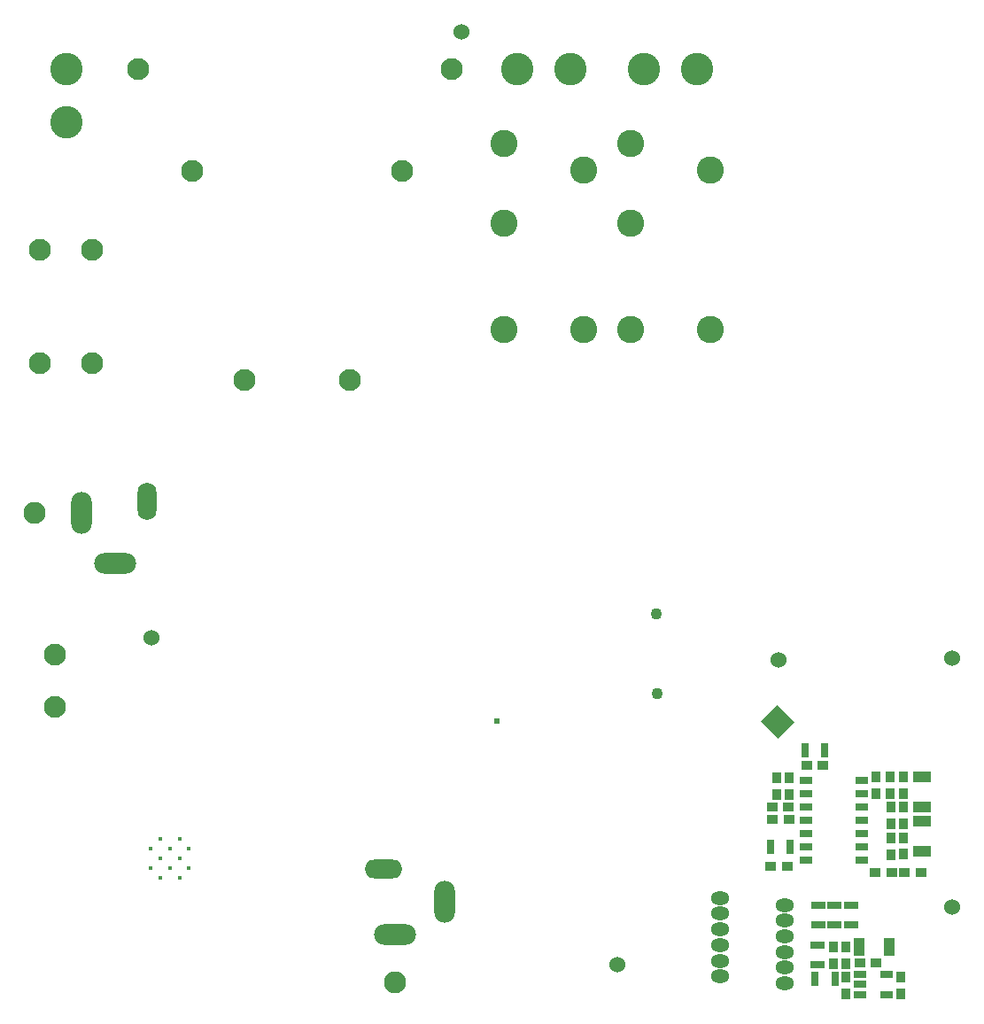
<source format=gbs>
G04*
G04 #@! TF.GenerationSoftware,Altium Limited,Altium Designer,21.1.1 (26)*
G04*
G04 Layer_Color=16711935*
%FSLAX25Y25*%
%MOIN*%
G70*
G04*
G04 #@! TF.SameCoordinates,6B619DD0-B0A8-45CE-B01B-E577E84972AB*
G04*
G04*
G04 #@! TF.FilePolarity,Negative*
G04*
G01*
G75*
%ADD61R,0.03150X0.05512*%
%ADD64R,0.04194X0.03494*%
%ADD66R,0.03494X0.04194*%
%ADD76R,0.05512X0.03150*%
%ADD98O,0.07087X0.05118*%
%ADD99C,0.06010*%
%ADD100C,0.04331*%
%ADD101C,0.08268*%
%ADD102C,0.08278*%
%ADD103O,0.15758X0.07884*%
%ADD104O,0.07884X0.15758*%
%ADD105O,0.14183X0.07097*%
%ADD106C,0.00394*%
%ADD107C,0.01575*%
%ADD108C,0.10236*%
%ADD109C,0.12205*%
%ADD110O,0.07097X0.14183*%
G04:AMPARAMS|DCode=191|XSize=91.82mil|YSize=86.82mil|CornerRadius=0mil|HoleSize=0mil|Usage=FLASHONLY|Rotation=135.000|XOffset=0mil|YOffset=0mil|HoleType=Round|Shape=Rectangle|*
%AMROTATEDRECTD191*
4,1,4,0.06316,-0.00177,0.00177,-0.06316,-0.06316,0.00177,-0.00177,0.06316,0.06316,-0.00177,0.0*
%
%ADD191ROTATEDRECTD191*%

%ADD192R,0.04724X0.02756*%
%ADD193R,0.03937X0.06693*%
%ADD194R,0.06693X0.03937*%
%ADD195R,0.05039X0.02677*%
%ADD196C,0.02372*%
D61*
X314232Y9016D02*
D03*
X306752D02*
D03*
X289961Y58780D02*
D03*
X297441D02*
D03*
X310413Y94902D02*
D03*
X302933D02*
D03*
D64*
X323543Y14980D02*
D03*
X329843D02*
D03*
X296890Y69016D02*
D03*
X290590D02*
D03*
X296319Y51496D02*
D03*
X290019D02*
D03*
X346752Y48898D02*
D03*
X340452D02*
D03*
X335591D02*
D03*
X329291D02*
D03*
X296851Y73622D02*
D03*
X290551D02*
D03*
X309843Y89370D02*
D03*
X303543D02*
D03*
D66*
X318366Y21044D02*
D03*
Y14744D02*
D03*
X313642Y21044D02*
D03*
Y14744D02*
D03*
X318307Y3287D02*
D03*
Y9587D02*
D03*
X338976Y3307D02*
D03*
Y9607D02*
D03*
X329867Y85040D02*
D03*
Y78740D02*
D03*
X335039D02*
D03*
Y85040D02*
D03*
X340158D02*
D03*
Y78740D02*
D03*
X340059Y55866D02*
D03*
Y62166D02*
D03*
X335216Y62087D02*
D03*
Y55787D02*
D03*
X335206Y67346D02*
D03*
Y73646D02*
D03*
X340058Y73708D02*
D03*
Y67408D02*
D03*
X292382Y84646D02*
D03*
Y78346D02*
D03*
X297028Y84626D02*
D03*
Y78326D02*
D03*
D76*
X307539Y21693D02*
D03*
Y14213D02*
D03*
X307874Y29331D02*
D03*
Y36811D02*
D03*
X314173Y29331D02*
D03*
Y36811D02*
D03*
X320472Y29331D02*
D03*
Y36811D02*
D03*
D98*
X270892Y39459D02*
D03*
Y33554D02*
D03*
Y27648D02*
D03*
Y21743D02*
D03*
Y15837D02*
D03*
Y9932D02*
D03*
X295276Y7283D02*
D03*
Y13189D02*
D03*
Y19094D02*
D03*
Y25000D02*
D03*
Y30906D02*
D03*
Y36811D02*
D03*
D99*
X358484Y36161D02*
D03*
Y129724D02*
D03*
X293091Y128898D02*
D03*
X173721Y365295D02*
D03*
X56968Y137224D02*
D03*
X232480Y14370D02*
D03*
D100*
X247152Y146184D02*
D03*
X247349Y116361D02*
D03*
D101*
X34646Y240551D02*
D03*
X14961D02*
D03*
X34646Y283465D02*
D03*
X14961D02*
D03*
X170079Y351181D02*
D03*
X51968D02*
D03*
X72492Y313158D02*
D03*
X151232D02*
D03*
X131547Y234418D02*
D03*
X92177D02*
D03*
X20728Y111476D02*
D03*
Y131161D02*
D03*
D102*
X148606Y7817D02*
D03*
X12992Y184252D02*
D03*
D103*
X148606Y25534D02*
D03*
X43307Y165354D02*
D03*
D104*
X167503Y38132D02*
D03*
X30709Y184252D02*
D03*
D105*
X144275Y50337D02*
D03*
D106*
X89764Y6299D02*
D03*
X101575D02*
D03*
D107*
X71161Y57943D02*
D03*
Y50718D02*
D03*
X67549Y61555D02*
D03*
Y54331D02*
D03*
Y47106D02*
D03*
X63937Y57943D02*
D03*
Y50718D02*
D03*
X60325Y61555D02*
D03*
Y54331D02*
D03*
Y47106D02*
D03*
X56713Y57943D02*
D03*
Y50718D02*
D03*
D108*
X237362Y323189D02*
D03*
X267362Y313189D02*
D03*
Y253189D02*
D03*
X237362Y293189D02*
D03*
Y253189D02*
D03*
X189724Y323463D02*
D03*
X219724Y313463D02*
D03*
Y253463D02*
D03*
X189724Y293463D02*
D03*
Y253463D02*
D03*
D109*
X242362Y351181D02*
D03*
X262362D02*
D03*
X194724D02*
D03*
X214724D02*
D03*
X25197Y331339D02*
D03*
Y351339D02*
D03*
D110*
X55512Y188583D02*
D03*
D191*
X292823Y105816D02*
D03*
D192*
X333858Y3110D02*
D03*
Y10590D02*
D03*
X323622D02*
D03*
Y6850D02*
D03*
Y3110D02*
D03*
D193*
X323406Y21142D02*
D03*
X334823D02*
D03*
D194*
X346995Y68402D02*
D03*
Y56985D02*
D03*
X347005Y73624D02*
D03*
Y85042D02*
D03*
D195*
X324409Y83661D02*
D03*
Y78661D02*
D03*
Y73661D02*
D03*
Y68661D02*
D03*
Y63661D02*
D03*
Y58661D02*
D03*
Y53661D02*
D03*
X303465Y83661D02*
D03*
Y78661D02*
D03*
Y73661D02*
D03*
Y68661D02*
D03*
Y63661D02*
D03*
Y58661D02*
D03*
Y53661D02*
D03*
D196*
X186988Y105905D02*
D03*
M02*

</source>
